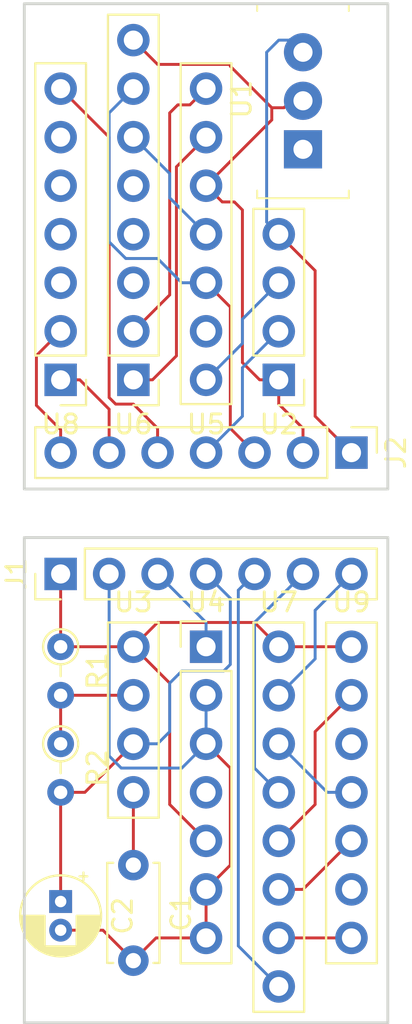
<source format=kicad_pcb>
(kicad_pcb (version 20171130) (host pcbnew "(5.0.0)")

  (general
    (thickness 1.6)
    (drawings 8)
    (tracks 121)
    (zones 0)
    (modules 15)
    (nets 23)
  )

  (page A4)
  (layers
    (0 F.Cu signal)
    (31 B.Cu signal)
    (32 B.Adhes user)
    (33 F.Adhes user)
    (34 B.Paste user)
    (35 F.Paste user)
    (36 B.SilkS user)
    (37 F.SilkS user)
    (38 B.Mask user)
    (39 F.Mask user)
    (40 Dwgs.User user)
    (41 Cmts.User user)
    (42 Eco1.User user)
    (43 Eco2.User user)
    (44 Edge.Cuts user)
    (45 Margin user)
    (46 B.CrtYd user)
    (47 F.CrtYd user)
    (48 B.Fab user)
    (49 F.Fab user hide)
  )

  (setup
    (last_trace_width 0.1524)
    (user_trace_width 0.1524)
    (trace_clearance 0.2)
    (zone_clearance 0.508)
    (zone_45_only no)
    (trace_min 0.1524)
    (segment_width 0.2)
    (edge_width 0.15)
    (via_size 0.8)
    (via_drill 0.4)
    (via_min_size 0.381)
    (via_min_drill 0.254)
    (uvia_size 0.3)
    (uvia_drill 0.1)
    (uvias_allowed no)
    (uvia_min_size 0.2)
    (uvia_min_drill 0.1)
    (pcb_text_width 0.3)
    (pcb_text_size 1.5 1.5)
    (mod_edge_width 0.15)
    (mod_text_size 1 1)
    (mod_text_width 0.15)
    (pad_size 1.7 1.7)
    (pad_drill 1)
    (pad_to_mask_clearance 0.2)
    (aux_axis_origin 0 0)
    (visible_elements 7FFFFFFF)
    (pcbplotparams
      (layerselection 0x010fc_ffffffff)
      (usegerberextensions false)
      (usegerberattributes false)
      (usegerberadvancedattributes false)
      (creategerberjobfile false)
      (excludeedgelayer true)
      (linewidth 0.100000)
      (plotframeref false)
      (viasonmask false)
      (mode 1)
      (useauxorigin false)
      (hpglpennumber 1)
      (hpglpenspeed 20)
      (hpglpendiameter 15.000000)
      (psnegative false)
      (psa4output false)
      (plotreference true)
      (plotvalue true)
      (plotinvisibletext false)
      (padsonsilk false)
      (subtractmaskfromsilk false)
      (outputformat 1)
      (mirror false)
      (drillshape 0)
      (scaleselection 1)
      (outputdirectory "gerber"))
  )

  (net 0 "")
  (net 1 "Net-(C1-Pad1)")
  (net 2 GND)
  (net 3 +5V)
  (net 4 "Net-(R1-Pad2)")
  (net 5 /1Hz)
  (net 6 "Net-(U5-Pad9)")
  (net 7 "Net-(U5-Pad8)")
  (net 8 "Net-(U5-Pad11)")
  (net 9 "Net-(U7-Pad10)")
  (net 10 "Net-(U7-Pad11)")
  (net 11 "Net-(U7-Pad12)")
  (net 12 "Net-(U7-Pad14)")
  (net 13 U4-1)
  (net 14 U5-12)
  (net 15 U3-6)
  (net 16 U2-2)
  (net 17 U7-9)
  (net 18 U7-13)
  (net 19 U7-15)
  (net 20 U8-2)
  (net 21 U8-1)
  (net 22 U8-7)

  (net_class Default "This is the default net class."
    (clearance 0.2)
    (trace_width 0.25)
    (via_dia 0.8)
    (via_drill 0.4)
    (uvia_dia 0.3)
    (uvia_drill 0.1)
    (add_net +5V)
    (add_net /1Hz)
    (add_net GND)
    (add_net "Net-(C1-Pad1)")
    (add_net "Net-(R1-Pad2)")
    (add_net "Net-(U5-Pad11)")
    (add_net "Net-(U5-Pad8)")
    (add_net "Net-(U5-Pad9)")
    (add_net "Net-(U7-Pad10)")
    (add_net "Net-(U7-Pad11)")
    (add_net "Net-(U7-Pad12)")
    (add_net "Net-(U7-Pad14)")
    (add_net U2-2)
    (add_net U3-6)
    (add_net U4-1)
    (add_net U5-12)
    (add_net U7-13)
    (add_net U7-15)
    (add_net U7-9)
    (add_net U8-1)
    (add_net U8-2)
    (add_net U8-7)
  )

  (module digikey-footprints:TO-220-3 (layer F.Cu) (tedit 598E0420) (tstamp 5BAF1487)
    (at 175.26 92.075 90)
    (descr http://www.st.com/content/ccc/resource/technical/document/datasheet/f9/ed/f5/44/26/b9/43/a4/CD00000911.pdf/files/CD00000911.pdf/jcr:content/translations/en.CD00000911.pdf)
    (path /5B99A35E)
    (fp_text reference U1 (at 2.62 -3.22 90) (layer F.SilkS)
      (effects (font (size 1 1) (thickness 0.15)))
    )
    (fp_text value L7805 (at 2.27 3.63 90) (layer F.Fab)
      (effects (font (size 1 1) (thickness 0.15)))
    )
    (fp_line (start -2.71 2.5) (end 7.79 2.5) (layer F.CrtYd) (width 0.05))
    (fp_line (start -2.71 -2.5) (end 7.79 -2.5) (layer F.CrtYd) (width 0.05))
    (fp_line (start -2.71 -2.5) (end -2.71 2.5) (layer F.CrtYd) (width 0.05))
    (fp_line (start 7.79 -2.5) (end 7.79 2.5) (layer F.CrtYd) (width 0.05))
    (fp_line (start 7.64 2.4) (end 7.64 2) (layer F.SilkS) (width 0.1))
    (fp_line (start 7.64 2.4) (end 7.24 2.4) (layer F.SilkS) (width 0.1))
    (fp_line (start -2.56 2.4) (end -2.56 -2) (layer F.SilkS) (width 0.1))
    (fp_line (start -2.56 2.4) (end -2.16 2.4) (layer F.SilkS) (width 0.1))
    (fp_line (start -2.56 -2.4) (end -2.56 -2) (layer F.SilkS) (width 0.1))
    (fp_line (start -2.56 -2.4) (end -2.16 -2.4) (layer F.SilkS) (width 0.1))
    (fp_line (start 7.24 -2.4) (end 7.64 -2.4) (layer F.SilkS) (width 0.1))
    (fp_line (start 7.64 -2.4) (end 7.64 -2) (layer F.SilkS) (width 0.1))
    (fp_text user %R (at 2.54 0 90) (layer F.Fab)
      (effects (font (size 1 1) (thickness 0.15)))
    )
    (fp_line (start 7.54 2.25) (end 7.54 -2.25) (layer F.Fab) (width 0.1))
    (fp_line (start -2.46 -2.25) (end -2.46 2.25) (layer F.Fab) (width 0.1))
    (fp_line (start -2.46 -2.25) (end 7.54 -2.25) (layer F.Fab) (width 0.1))
    (fp_line (start -2.46 2.25) (end 7.54 2.25) (layer F.Fab) (width 0.1))
    (pad 1 thru_hole rect (at 0 0 90) (size 2 2) (drill 1) (layers *.Cu *.Mask))
    (pad 2 thru_hole circle (at 2.54 0 90) (size 2 2) (drill 1) (layers *.Cu *.Mask)
      (net 2 GND))
    (pad 3 thru_hole circle (at 5.08 0 90) (size 2 2) (drill 1) (layers *.Cu *.Mask)
      (net 3 +5V))
  )

  (module Pin_Headers:Pin_Header_Straight_1x07_Pitch2.54mm (layer F.Cu) (tedit 59650532) (tstamp 5BA39618)
    (at 162.56 104.14 180)
    (descr "Through hole straight pin header, 1x07, 2.54mm pitch, single row")
    (tags "Through hole pin header THT 1x07 2.54mm single row")
    (path /5B9D27E2)
    (fp_text reference U8 (at 0 -2.33 180) (layer F.SilkS)
      (effects (font (size 1 1) (thickness 0.15)))
    )
    (fp_text value 5082-7650-L (at 0 17.57 180) (layer F.Fab)
      (effects (font (size 1 1) (thickness 0.15)))
    )
    (fp_line (start -0.635 -1.27) (end 1.27 -1.27) (layer F.Fab) (width 0.1))
    (fp_line (start 1.27 -1.27) (end 1.27 16.51) (layer F.Fab) (width 0.1))
    (fp_line (start 1.27 16.51) (end -1.27 16.51) (layer F.Fab) (width 0.1))
    (fp_line (start -1.27 16.51) (end -1.27 -0.635) (layer F.Fab) (width 0.1))
    (fp_line (start -1.27 -0.635) (end -0.635 -1.27) (layer F.Fab) (width 0.1))
    (fp_line (start -1.33 16.57) (end 1.33 16.57) (layer F.SilkS) (width 0.12))
    (fp_line (start -1.33 1.27) (end -1.33 16.57) (layer F.SilkS) (width 0.12))
    (fp_line (start 1.33 1.27) (end 1.33 16.57) (layer F.SilkS) (width 0.12))
    (fp_line (start -1.33 1.27) (end 1.33 1.27) (layer F.SilkS) (width 0.12))
    (fp_line (start -1.33 0) (end -1.33 -1.33) (layer F.SilkS) (width 0.12))
    (fp_line (start -1.33 -1.33) (end 0 -1.33) (layer F.SilkS) (width 0.12))
    (fp_line (start -1.8 -1.8) (end -1.8 17.05) (layer F.CrtYd) (width 0.05))
    (fp_line (start -1.8 17.05) (end 1.8 17.05) (layer F.CrtYd) (width 0.05))
    (fp_line (start 1.8 17.05) (end 1.8 -1.8) (layer F.CrtYd) (width 0.05))
    (fp_line (start 1.8 -1.8) (end -1.8 -1.8) (layer F.CrtYd) (width 0.05))
    (fp_text user %R (at 0 7.62 270) (layer F.Fab)
      (effects (font (size 1 1) (thickness 0.15)))
    )
    (pad 1 thru_hole rect (at 0 0 180) (size 1.7 1.7) (drill 1) (layers *.Cu *.Mask)
      (net 21 U8-1))
    (pad 2 thru_hole oval (at 0 2.54 180) (size 1.7 1.7) (drill 1) (layers *.Cu *.Mask)
      (net 20 U8-2))
    (pad 3 thru_hole oval (at 0 5.08 180) (size 1.7 1.7) (drill 1) (layers *.Cu *.Mask))
    (pad 4 thru_hole oval (at 0 7.62 180) (size 1.7 1.7) (drill 1) (layers *.Cu *.Mask))
    (pad 5 thru_hole oval (at 0 10.16 180) (size 1.7 1.7) (drill 1) (layers *.Cu *.Mask))
    (pad 6 thru_hole oval (at 0 12.7 180) (size 1.7 1.7) (drill 1) (layers *.Cu *.Mask))
    (pad 7 thru_hole oval (at 0 15.24 180) (size 1.7 1.7) (drill 1) (layers *.Cu *.Mask)
      (net 22 U8-7))
    (model ${KISYS3DMOD}/Pin_Headers.3dshapes/Pin_Header_Straight_1x07_Pitch2.54mm.wrl
      (at (xyz 0 0 0))
      (scale (xyz 1 1 1))
      (rotate (xyz 0 0 0))
    )
  )

  (module Connector_PinHeader_2.54mm:PinHeader_1x07_P2.54mm_Vertical (layer F.Cu) (tedit 59FED5CC) (tstamp 5BA7462F)
    (at 177.8 107.95 270)
    (descr "Through hole straight pin header, 1x07, 2.54mm pitch, single row")
    (tags "Through hole pin header THT 1x07 2.54mm single row")
    (path /5BA28D1D)
    (fp_text reference J2 (at 0 -2.33 270) (layer F.SilkS)
      (effects (font (size 1 1) (thickness 0.15)))
    )
    (fp_text value Conn_01x07-R (at 0 17.57 270) (layer F.Fab)
      (effects (font (size 1 1) (thickness 0.15)))
    )
    (fp_text user %R (at 0 7.62) (layer F.Fab)
      (effects (font (size 1 1) (thickness 0.15)))
    )
    (fp_line (start 1.8 -1.8) (end -1.8 -1.8) (layer F.CrtYd) (width 0.05))
    (fp_line (start 1.8 17.05) (end 1.8 -1.8) (layer F.CrtYd) (width 0.05))
    (fp_line (start -1.8 17.05) (end 1.8 17.05) (layer F.CrtYd) (width 0.05))
    (fp_line (start -1.8 -1.8) (end -1.8 17.05) (layer F.CrtYd) (width 0.05))
    (fp_line (start -1.33 -1.33) (end 0 -1.33) (layer F.SilkS) (width 0.12))
    (fp_line (start -1.33 0) (end -1.33 -1.33) (layer F.SilkS) (width 0.12))
    (fp_line (start -1.33 1.27) (end 1.33 1.27) (layer F.SilkS) (width 0.12))
    (fp_line (start 1.33 1.27) (end 1.33 16.57) (layer F.SilkS) (width 0.12))
    (fp_line (start -1.33 1.27) (end -1.33 16.57) (layer F.SilkS) (width 0.12))
    (fp_line (start -1.33 16.57) (end 1.33 16.57) (layer F.SilkS) (width 0.12))
    (fp_line (start -1.27 -0.635) (end -0.635 -1.27) (layer F.Fab) (width 0.1))
    (fp_line (start -1.27 16.51) (end -1.27 -0.635) (layer F.Fab) (width 0.1))
    (fp_line (start 1.27 16.51) (end -1.27 16.51) (layer F.Fab) (width 0.1))
    (fp_line (start 1.27 -1.27) (end 1.27 16.51) (layer F.Fab) (width 0.1))
    (fp_line (start -0.635 -1.27) (end 1.27 -1.27) (layer F.Fab) (width 0.1))
    (pad 7 thru_hole oval (at 0 15.24 270) (size 1.7 1.7) (drill 1) (layers *.Cu *.Mask)
      (net 20 U8-2))
    (pad 6 thru_hole oval (at 0 12.7 270) (size 1.7 1.7) (drill 1) (layers *.Cu *.Mask)
      (net 21 U8-1))
    (pad 5 thru_hole oval (at 0 10.16 270) (size 1.7 1.7) (drill 1) (layers *.Cu *.Mask)
      (net 22 U8-7))
    (pad 4 thru_hole oval (at 0 7.62 270) (size 1.7 1.7) (drill 1) (layers *.Cu *.Mask)
      (net 16 U2-2))
    (pad 3 thru_hole oval (at 0 5.08 270) (size 1.7 1.7) (drill 1) (layers *.Cu *.Mask)
      (net 14 U5-12))
    (pad 2 thru_hole oval (at 0 2.54 270) (size 1.7 1.7) (drill 1) (layers *.Cu *.Mask)
      (net 2 GND))
    (pad 1 thru_hole rect (at 0 0 270) (size 1.7 1.7) (drill 1) (layers *.Cu *.Mask)
      (net 3 +5V))
    (model ${KISYS3DMOD}/Connector_PinHeader_2.54mm.3dshapes/PinHeader_1x07_P2.54mm_Vertical.wrl
      (at (xyz 0 0 0))
      (scale (xyz 1 1 1))
      (rotate (xyz 0 0 0))
    )
  )

  (module Pin_Headers:Pin_Header_Straight_1x07_Pitch2.54mm (layer F.Cu) (tedit 59650532) (tstamp 5BA395AA)
    (at 170.18 118.11)
    (descr "Through hole straight pin header, 1x07, 2.54mm pitch, single row")
    (tags "Through hole pin header THT 1x07 2.54mm single row")
    (path /5B9CBFFE)
    (fp_text reference U4 (at 0 -2.33) (layer F.SilkS)
      (effects (font (size 1 1) (thickness 0.15)))
    )
    (fp_text value 74LS90-L (at 0 17.57) (layer F.Fab)
      (effects (font (size 1 1) (thickness 0.15)))
    )
    (fp_line (start -0.635 -1.27) (end 1.27 -1.27) (layer F.Fab) (width 0.1))
    (fp_line (start 1.27 -1.27) (end 1.27 16.51) (layer F.Fab) (width 0.1))
    (fp_line (start 1.27 16.51) (end -1.27 16.51) (layer F.Fab) (width 0.1))
    (fp_line (start -1.27 16.51) (end -1.27 -0.635) (layer F.Fab) (width 0.1))
    (fp_line (start -1.27 -0.635) (end -0.635 -1.27) (layer F.Fab) (width 0.1))
    (fp_line (start -1.33 16.57) (end 1.33 16.57) (layer F.SilkS) (width 0.12))
    (fp_line (start -1.33 1.27) (end -1.33 16.57) (layer F.SilkS) (width 0.12))
    (fp_line (start 1.33 1.27) (end 1.33 16.57) (layer F.SilkS) (width 0.12))
    (fp_line (start -1.33 1.27) (end 1.33 1.27) (layer F.SilkS) (width 0.12))
    (fp_line (start -1.33 0) (end -1.33 -1.33) (layer F.SilkS) (width 0.12))
    (fp_line (start -1.33 -1.33) (end 0 -1.33) (layer F.SilkS) (width 0.12))
    (fp_line (start -1.8 -1.8) (end -1.8 17.05) (layer F.CrtYd) (width 0.05))
    (fp_line (start -1.8 17.05) (end 1.8 17.05) (layer F.CrtYd) (width 0.05))
    (fp_line (start 1.8 17.05) (end 1.8 -1.8) (layer F.CrtYd) (width 0.05))
    (fp_line (start 1.8 -1.8) (end -1.8 -1.8) (layer F.CrtYd) (width 0.05))
    (fp_text user %R (at 0 7.62 90) (layer F.Fab)
      (effects (font (size 1 1) (thickness 0.15)))
    )
    (pad 1 thru_hole rect (at 0 0) (size 1.7 1.7) (drill 1) (layers *.Cu *.Mask)
      (net 13 U4-1))
    (pad 2 thru_hole oval (at 0 2.54) (size 1.7 1.7) (drill 1) (layers *.Cu *.Mask)
      (net 2 GND))
    (pad 3 thru_hole oval (at 0 5.08) (size 1.7 1.7) (drill 1) (layers *.Cu *.Mask)
      (net 2 GND))
    (pad 4 thru_hole oval (at 0 7.62) (size 1.7 1.7) (drill 1) (layers *.Cu *.Mask))
    (pad 5 thru_hole oval (at 0 10.16) (size 1.7 1.7) (drill 1) (layers *.Cu *.Mask)
      (net 3 +5V))
    (pad 6 thru_hole oval (at 0 12.7) (size 1.7 1.7) (drill 1) (layers *.Cu *.Mask)
      (net 2 GND))
    (pad 7 thru_hole oval (at 0 15.24) (size 1.7 1.7) (drill 1) (layers *.Cu *.Mask)
      (net 2 GND))
    (model ${KISYS3DMOD}/Pin_Headers.3dshapes/Pin_Header_Straight_1x07_Pitch2.54mm.wrl
      (at (xyz 0 0 0))
      (scale (xyz 1 1 1))
      (rotate (xyz 0 0 0))
    )
  )

  (module Pin_Headers:Pin_Header_Straight_1x04_Pitch2.54mm (layer F.Cu) (tedit 59650532) (tstamp 5BA39577)
    (at 173.99 104.14 180)
    (descr "Through hole straight pin header, 1x04, 2.54mm pitch, single row")
    (tags "Through hole pin header THT 1x04 2.54mm single row")
    (path /5B9AC94F)
    (fp_text reference U2 (at 0 -2.33 180) (layer F.SilkS)
      (effects (font (size 1 1) (thickness 0.15)))
    )
    (fp_text value 555-L (at 0 9.95 180) (layer F.Fab)
      (effects (font (size 1 1) (thickness 0.15)))
    )
    (fp_line (start -0.635 -1.27) (end 1.27 -1.27) (layer F.Fab) (width 0.1))
    (fp_line (start 1.27 -1.27) (end 1.27 8.89) (layer F.Fab) (width 0.1))
    (fp_line (start 1.27 8.89) (end -1.27 8.89) (layer F.Fab) (width 0.1))
    (fp_line (start -1.27 8.89) (end -1.27 -0.635) (layer F.Fab) (width 0.1))
    (fp_line (start -1.27 -0.635) (end -0.635 -1.27) (layer F.Fab) (width 0.1))
    (fp_line (start -1.33 8.95) (end 1.33 8.95) (layer F.SilkS) (width 0.12))
    (fp_line (start -1.33 1.27) (end -1.33 8.95) (layer F.SilkS) (width 0.12))
    (fp_line (start 1.33 1.27) (end 1.33 8.95) (layer F.SilkS) (width 0.12))
    (fp_line (start -1.33 1.27) (end 1.33 1.27) (layer F.SilkS) (width 0.12))
    (fp_line (start -1.33 0) (end -1.33 -1.33) (layer F.SilkS) (width 0.12))
    (fp_line (start -1.33 -1.33) (end 0 -1.33) (layer F.SilkS) (width 0.12))
    (fp_line (start -1.8 -1.8) (end -1.8 9.4) (layer F.CrtYd) (width 0.05))
    (fp_line (start -1.8 9.4) (end 1.8 9.4) (layer F.CrtYd) (width 0.05))
    (fp_line (start 1.8 9.4) (end 1.8 -1.8) (layer F.CrtYd) (width 0.05))
    (fp_line (start 1.8 -1.8) (end -1.8 -1.8) (layer F.CrtYd) (width 0.05))
    (fp_text user %R (at 0 3.81 270) (layer F.Fab)
      (effects (font (size 1 1) (thickness 0.15)))
    )
    (pad 1 thru_hole rect (at 0 0 180) (size 1.7 1.7) (drill 1) (layers *.Cu *.Mask)
      (net 2 GND))
    (pad 2 thru_hole oval (at 0 2.54 180) (size 1.7 1.7) (drill 1) (layers *.Cu *.Mask)
      (net 16 U2-2))
    (pad 3 thru_hole oval (at 0 5.08 180) (size 1.7 1.7) (drill 1) (layers *.Cu *.Mask)
      (net 5 /1Hz))
    (pad 4 thru_hole oval (at 0 7.62 180) (size 1.7 1.7) (drill 1) (layers *.Cu *.Mask)
      (net 3 +5V))
    (model ${KISYS3DMOD}/Pin_Headers.3dshapes/Pin_Header_Straight_1x04_Pitch2.54mm.wrl
      (at (xyz 0 0 0))
      (scale (xyz 1 1 1))
      (rotate (xyz 0 0 0))
    )
  )

  (module Pin_Headers:Pin_Header_Straight_1x08_Pitch2.54mm (layer F.Cu) (tedit 59650532) (tstamp 5BA395E1)
    (at 166.37 104.14 180)
    (descr "Through hole straight pin header, 1x08, 2.54mm pitch, single row")
    (tags "Through hole pin header THT 1x08 2.54mm single row")
    (path /5B9D034E)
    (fp_text reference U6 (at 0 -2.33 180) (layer F.SilkS)
      (effects (font (size 1 1) (thickness 0.15)))
    )
    (fp_text value 7447-L (at 0 20.11 180) (layer F.Fab)
      (effects (font (size 1 1) (thickness 0.15)))
    )
    (fp_line (start -0.635 -1.27) (end 1.27 -1.27) (layer F.Fab) (width 0.1))
    (fp_line (start 1.27 -1.27) (end 1.27 19.05) (layer F.Fab) (width 0.1))
    (fp_line (start 1.27 19.05) (end -1.27 19.05) (layer F.Fab) (width 0.1))
    (fp_line (start -1.27 19.05) (end -1.27 -0.635) (layer F.Fab) (width 0.1))
    (fp_line (start -1.27 -0.635) (end -0.635 -1.27) (layer F.Fab) (width 0.1))
    (fp_line (start -1.33 19.11) (end 1.33 19.11) (layer F.SilkS) (width 0.12))
    (fp_line (start -1.33 1.27) (end -1.33 19.11) (layer F.SilkS) (width 0.12))
    (fp_line (start 1.33 1.27) (end 1.33 19.11) (layer F.SilkS) (width 0.12))
    (fp_line (start -1.33 1.27) (end 1.33 1.27) (layer F.SilkS) (width 0.12))
    (fp_line (start -1.33 0) (end -1.33 -1.33) (layer F.SilkS) (width 0.12))
    (fp_line (start -1.33 -1.33) (end 0 -1.33) (layer F.SilkS) (width 0.12))
    (fp_line (start -1.8 -1.8) (end -1.8 19.55) (layer F.CrtYd) (width 0.05))
    (fp_line (start -1.8 19.55) (end 1.8 19.55) (layer F.CrtYd) (width 0.05))
    (fp_line (start 1.8 19.55) (end 1.8 -1.8) (layer F.CrtYd) (width 0.05))
    (fp_line (start 1.8 -1.8) (end -1.8 -1.8) (layer F.CrtYd) (width 0.05))
    (fp_text user %R (at 0 8.89 270) (layer F.Fab)
      (effects (font (size 1 1) (thickness 0.15)))
    )
    (pad 1 thru_hole rect (at 0 0 180) (size 1.7 1.7) (drill 1) (layers *.Cu *.Mask)
      (net 6 "Net-(U5-Pad9)"))
    (pad 2 thru_hole oval (at 0 2.54 180) (size 1.7 1.7) (drill 1) (layers *.Cu *.Mask)
      (net 7 "Net-(U5-Pad8)"))
    (pad 3 thru_hole oval (at 0 5.08 180) (size 1.7 1.7) (drill 1) (layers *.Cu *.Mask))
    (pad 4 thru_hole oval (at 0 7.62 180) (size 1.7 1.7) (drill 1) (layers *.Cu *.Mask))
    (pad 5 thru_hole oval (at 0 10.16 180) (size 1.7 1.7) (drill 1) (layers *.Cu *.Mask))
    (pad 6 thru_hole oval (at 0 12.7 180) (size 1.7 1.7) (drill 1) (layers *.Cu *.Mask)
      (net 8 "Net-(U5-Pad11)"))
    (pad 7 thru_hole oval (at 0 15.24 180) (size 1.7 1.7) (drill 1) (layers *.Cu *.Mask)
      (net 14 U5-12))
    (pad 8 thru_hole oval (at 0 17.78 180) (size 1.7 1.7) (drill 1) (layers *.Cu *.Mask)
      (net 2 GND))
    (model ${KISYS3DMOD}/Pin_Headers.3dshapes/Pin_Header_Straight_1x08_Pitch2.54mm.wrl
      (at (xyz 0 0 0))
      (scale (xyz 1 1 1))
      (rotate (xyz 0 0 0))
    )
  )

  (module one-counter:Pin_Header_Straight_1x04_Pitch2.54mm_Right (layer F.Cu) (tedit 5B9AB5BD) (tstamp 5BAF0C17)
    (at 166.37 118.11)
    (descr "Through hole straight pin header, 1x04, 2.54mm pitch, single row")
    (tags "Through hole pin header THT 1x04 2.54mm single row")
    (path /5B9AC9D3)
    (fp_text reference U3 (at 0 -2.33) (layer F.SilkS)
      (effects (font (size 1 1) (thickness 0.15)))
    )
    (fp_text value 555-R (at 0 9.95) (layer F.Fab)
      (effects (font (size 1 1) (thickness 0.15)))
    )
    (fp_text user %R (at 0 3.81 90) (layer F.Fab)
      (effects (font (size 1 1) (thickness 0.15)))
    )
    (fp_line (start 1.8 -1.8) (end -1.8 -1.8) (layer F.CrtYd) (width 0.05))
    (fp_line (start 1.8 9.4) (end 1.8 -1.8) (layer F.CrtYd) (width 0.05))
    (fp_line (start -1.8 9.4) (end 1.8 9.4) (layer F.CrtYd) (width 0.05))
    (fp_line (start -1.8 -1.8) (end -1.8 9.4) (layer F.CrtYd) (width 0.05))
    (fp_line (start -1.33 -1.27) (end 1.33 -1.27) (layer F.SilkS) (width 0.12))
    (fp_line (start 1.33 -1.27) (end 1.33 8.95) (layer F.SilkS) (width 0.12))
    (fp_line (start -1.33 -1.27) (end -1.33 8.95) (layer F.SilkS) (width 0.12))
    (fp_line (start -1.33 8.95) (end 1.33 8.95) (layer F.SilkS) (width 0.12))
    (fp_line (start -1.27 8.89) (end -1.27 -1.27) (layer F.Fab) (width 0.1))
    (fp_line (start 1.27 8.89) (end -1.27 8.89) (layer F.Fab) (width 0.1))
    (fp_line (start 1.27 -1.27) (end 1.27 8.89) (layer F.Fab) (width 0.1))
    (fp_line (start -1.27 -1.27) (end 1.27 -1.27) (layer F.Fab) (width 0.1))
    (pad 5 thru_hole oval (at 0 7.62) (size 1.7 1.7) (drill 1) (layers *.Cu *.Mask)
      (net 1 "Net-(C1-Pad1)"))
    (pad 6 thru_hole oval (at 0 5.08) (size 1.7 1.7) (drill 1) (layers *.Cu *.Mask)
      (net 15 U3-6))
    (pad 7 thru_hole oval (at 0 2.54) (size 1.7 1.7) (drill 1) (layers *.Cu *.Mask)
      (net 4 "Net-(R1-Pad2)"))
    (pad 8 thru_hole circle (at 0 0) (size 1.7 1.7) (drill 1) (layers *.Cu *.Mask)
      (net 3 +5V))
    (model ${KISYS3DMOD}/Pin_Headers.3dshapes/Pin_Header_Straight_1x04_Pitch2.54mm.wrl
      (at (xyz 0 0 0))
      (scale (xyz 1 1 1))
      (rotate (xyz 0 0 0))
    )
  )

  (module one-counter:Pin_Header_Straight_1x07_Pitch2.54mm_Right (layer F.Cu) (tedit 5B9AB48B) (tstamp 5BAF0C2F)
    (at 170.18 104.14 180)
    (descr "Through hole straight pin header, 1x07, 2.54mm pitch, single row")
    (tags "Through hole pin header THT 1x07 2.54mm single row")
    (path /5B9CC105)
    (fp_text reference U5 (at 0 -2.33 180) (layer F.SilkS)
      (effects (font (size 1 1) (thickness 0.15)))
    )
    (fp_text value 74LS90-R (at 0 17.57 180) (layer F.Fab)
      (effects (font (size 1 1) (thickness 0.15)))
    )
    (fp_text user %R (at -5.0038 7.5946 270) (layer F.Fab)
      (effects (font (size 1 1) (thickness 0.15)))
    )
    (fp_line (start 1.8 -1.8) (end -1.8 -1.8) (layer F.CrtYd) (width 0.05))
    (fp_line (start 1.8 17.05) (end 1.8 -1.8) (layer F.CrtYd) (width 0.05))
    (fp_line (start -1.8 17.05) (end 1.8 17.05) (layer F.CrtYd) (width 0.05))
    (fp_line (start -1.8 -1.8) (end -1.8 17.05) (layer F.CrtYd) (width 0.05))
    (fp_line (start -1.27 -1.27) (end 1.27 -1.27) (layer F.SilkS) (width 0.12))
    (fp_line (start 1.33 -1.27) (end 1.33 16.57) (layer F.SilkS) (width 0.12))
    (fp_line (start -1.33 -1.27) (end -1.33 16.57) (layer F.SilkS) (width 0.12))
    (fp_line (start -1.33 16.57) (end 1.33 16.57) (layer F.SilkS) (width 0.12))
    (fp_line (start -1.27 16.51) (end -1.27 -1.27) (layer F.Fab) (width 0.1))
    (fp_line (start 1.27 16.51) (end -1.27 16.51) (layer F.Fab) (width 0.1))
    (fp_line (start 1.27 -1.27) (end 1.27 16.51) (layer F.Fab) (width 0.1))
    (fp_line (start -1.27 -1.27) (end 1.27 -1.27) (layer F.Fab) (width 0.1))
    (pad 8 thru_hole oval (at 0 15.24 180) (size 1.7 1.7) (drill 1) (layers *.Cu *.Mask)
      (net 7 "Net-(U5-Pad8)"))
    (pad 9 thru_hole oval (at 0 12.7 180) (size 1.7 1.7) (drill 1) (layers *.Cu *.Mask)
      (net 6 "Net-(U5-Pad9)"))
    (pad 10 thru_hole oval (at 0 10.16 180) (size 1.7 1.7) (drill 1) (layers *.Cu *.Mask)
      (net 2 GND))
    (pad 11 thru_hole oval (at 0 7.62 180) (size 1.7 1.7) (drill 1) (layers *.Cu *.Mask)
      (net 8 "Net-(U5-Pad11)"))
    (pad 12 thru_hole oval (at 0 5.08 180) (size 1.7 1.7) (drill 1) (layers *.Cu *.Mask)
      (net 14 U5-12))
    (pad 13 thru_hole oval (at 0 2.54 180) (size 1.7 1.7) (drill 1) (layers *.Cu *.Mask))
    (pad 14 thru_hole circle (at 0 0 180) (size 1.7 1.7) (drill 1) (layers *.Cu *.Mask)
      (net 5 /1Hz))
    (model ${KISYS3DMOD}/Pin_Headers.3dshapes/Pin_Header_Straight_1x07_Pitch2.54mm.wrl
      (at (xyz 0 0 0))
      (scale (xyz 1 1 1))
      (rotate (xyz 0 0 0))
    )
  )

  (module one-counter:Pin_Header_Straight_1x08_Pitch2.54mm_Right (layer F.Cu) (tedit 5B9AB552) (tstamp 5BAF0C48)
    (at 173.99 118.11)
    (descr "Through hole straight pin header, 1x08, 2.54mm pitch, single row")
    (tags "Through hole pin header THT 1x08 2.54mm single row")
    (path /5B9D0EF2)
    (fp_text reference U7 (at 0 -2.33) (layer F.SilkS)
      (effects (font (size 1 1) (thickness 0.15)))
    )
    (fp_text value 7447-R (at 0 20.11) (layer F.Fab)
      (effects (font (size 1 1) (thickness 0.15)))
    )
    (fp_text user %R (at 0 8.89 90) (layer F.Fab)
      (effects (font (size 1 1) (thickness 0.15)))
    )
    (fp_line (start 1.8 -1.8) (end -1.8 -1.8) (layer F.CrtYd) (width 0.05))
    (fp_line (start 1.8 19.55) (end 1.8 -1.8) (layer F.CrtYd) (width 0.05))
    (fp_line (start -1.8 19.55) (end 1.8 19.55) (layer F.CrtYd) (width 0.05))
    (fp_line (start -1.8 -1.8) (end -1.8 19.55) (layer F.CrtYd) (width 0.05))
    (fp_line (start -1.33 -1.27) (end 1.33 -1.27) (layer F.SilkS) (width 0.12))
    (fp_line (start 1.33 -1.27) (end 1.33 19.11) (layer F.SilkS) (width 0.12))
    (fp_line (start -1.33 -1.27) (end -1.33 19.11) (layer F.SilkS) (width 0.12))
    (fp_line (start -1.33 19.11) (end 1.33 19.11) (layer F.SilkS) (width 0.12))
    (fp_line (start -1.27 19.05) (end -1.27 -1.27) (layer F.Fab) (width 0.1))
    (fp_line (start 1.27 19.05) (end -1.27 19.05) (layer F.Fab) (width 0.1))
    (fp_line (start 1.27 -1.27) (end 1.27 19.05) (layer F.Fab) (width 0.1))
    (fp_line (start -1.27 -1.27) (end 1.27 -1.27) (layer F.Fab) (width 0.1))
    (pad 9 thru_hole oval (at 0 17.78) (size 1.7 1.7) (drill 1) (layers *.Cu *.Mask)
      (net 17 U7-9))
    (pad 10 thru_hole oval (at 0 15.24) (size 1.7 1.7) (drill 1) (layers *.Cu *.Mask)
      (net 9 "Net-(U7-Pad10)"))
    (pad 11 thru_hole oval (at 0 12.7) (size 1.7 1.7) (drill 1) (layers *.Cu *.Mask)
      (net 10 "Net-(U7-Pad11)"))
    (pad 12 thru_hole oval (at 0 10.16) (size 1.7 1.7) (drill 1) (layers *.Cu *.Mask)
      (net 11 "Net-(U7-Pad12)"))
    (pad 13 thru_hole oval (at 0 7.62) (size 1.7 1.7) (drill 1) (layers *.Cu *.Mask)
      (net 18 U7-13))
    (pad 14 thru_hole oval (at 0 5.08) (size 1.7 1.7) (drill 1) (layers *.Cu *.Mask)
      (net 12 "Net-(U7-Pad14)"))
    (pad 15 thru_hole oval (at 0 2.54) (size 1.7 1.7) (drill 1) (layers *.Cu *.Mask)
      (net 19 U7-15))
    (pad 16 thru_hole circle (at 0 0) (size 1.7 1.7) (drill 1) (layers *.Cu *.Mask)
      (net 3 +5V))
    (model ${KISYS3DMOD}/Pin_Headers.3dshapes/Pin_Header_Straight_1x08_Pitch2.54mm.wrl
      (at (xyz 0 0 0))
      (scale (xyz 1 1 1))
      (rotate (xyz 0 0 0))
    )
  )

  (module one-counter:Pin_Header_Straight_1x07_Pitch2.54mm_Right (layer F.Cu) (tedit 5B9AB48B) (tstamp 5BAF0C60)
    (at 177.8 118.11)
    (descr "Through hole straight pin header, 1x07, 2.54mm pitch, single row")
    (tags "Through hole pin header THT 1x07 2.54mm single row")
    (path /5B9D2959)
    (fp_text reference U9 (at 0 -2.33) (layer F.SilkS)
      (effects (font (size 1 1) (thickness 0.15)))
    )
    (fp_text value 5082-7650-R (at 0 17.57) (layer F.Fab)
      (effects (font (size 1 1) (thickness 0.15)))
    )
    (fp_line (start -1.27 -1.27) (end 1.27 -1.27) (layer F.Fab) (width 0.1))
    (fp_line (start 1.27 -1.27) (end 1.27 16.51) (layer F.Fab) (width 0.1))
    (fp_line (start 1.27 16.51) (end -1.27 16.51) (layer F.Fab) (width 0.1))
    (fp_line (start -1.27 16.51) (end -1.27 -1.27) (layer F.Fab) (width 0.1))
    (fp_line (start -1.33 16.57) (end 1.33 16.57) (layer F.SilkS) (width 0.12))
    (fp_line (start -1.33 -1.27) (end -1.33 16.57) (layer F.SilkS) (width 0.12))
    (fp_line (start 1.33 -1.27) (end 1.33 16.57) (layer F.SilkS) (width 0.12))
    (fp_line (start -1.27 -1.27) (end 1.27 -1.27) (layer F.SilkS) (width 0.12))
    (fp_line (start -1.8 -1.8) (end -1.8 17.05) (layer F.CrtYd) (width 0.05))
    (fp_line (start -1.8 17.05) (end 1.8 17.05) (layer F.CrtYd) (width 0.05))
    (fp_line (start 1.8 17.05) (end 1.8 -1.8) (layer F.CrtYd) (width 0.05))
    (fp_line (start 1.8 -1.8) (end -1.8 -1.8) (layer F.CrtYd) (width 0.05))
    (fp_text user %R (at 0 7.62 90) (layer F.Fab)
      (effects (font (size 1 1) (thickness 0.15)))
    )
    (pad 14 thru_hole circle (at 0 0) (size 1.7 1.7) (drill 1) (layers *.Cu *.Mask)
      (net 3 +5V))
    (pad 13 thru_hole oval (at 0 2.54) (size 1.7 1.7) (drill 1) (layers *.Cu *.Mask)
      (net 11 "Net-(U7-Pad12)"))
    (pad 12 thru_hole oval (at 0 5.08) (size 1.7 1.7) (drill 1) (layers *.Cu *.Mask))
    (pad 11 thru_hole oval (at 0 7.62) (size 1.7 1.7) (drill 1) (layers *.Cu *.Mask)
      (net 12 "Net-(U7-Pad14)"))
    (pad 10 thru_hole oval (at 0 10.16) (size 1.7 1.7) (drill 1) (layers *.Cu *.Mask)
      (net 10 "Net-(U7-Pad11)"))
    (pad 9 thru_hole oval (at 0 12.7) (size 1.7 1.7) (drill 1) (layers *.Cu *.Mask))
    (pad 8 thru_hole oval (at 0 15.24) (size 1.7 1.7) (drill 1) (layers *.Cu *.Mask)
      (net 9 "Net-(U7-Pad10)"))
    (model ${KISYS3DMOD}/Pin_Headers.3dshapes/Pin_Header_Straight_1x07_Pitch2.54mm.wrl
      (at (xyz 0 0 0))
      (scale (xyz 1 1 1))
      (rotate (xyz 0 0 0))
    )
  )

  (module Capacitor_THT:CP_Radial_D4.0mm_P1.50mm (layer F.Cu) (tedit 5AE50EF0) (tstamp 5BA74477)
    (at 162.56 131.445 270)
    (descr "CP, Radial series, Radial, pin pitch=1.50mm, , diameter=4mm, Electrolytic Capacitor")
    (tags "CP Radial series Radial pin pitch 1.50mm  diameter 4mm Electrolytic Capacitor")
    (path /5B9AE85A)
    (fp_text reference C2 (at 0.75 -3.25 270) (layer F.SilkS)
      (effects (font (size 1 1) (thickness 0.15)))
    )
    (fp_text value 2.2uF (at 0.75 3.25 270) (layer F.Fab)
      (effects (font (size 1 1) (thickness 0.15)))
    )
    (fp_circle (center 0.75 0) (end 2.75 0) (layer F.Fab) (width 0.1))
    (fp_circle (center 0.75 0) (end 2.87 0) (layer F.SilkS) (width 0.12))
    (fp_circle (center 0.75 0) (end 3 0) (layer F.CrtYd) (width 0.05))
    (fp_line (start -0.952554 -0.8675) (end -0.552554 -0.8675) (layer F.Fab) (width 0.1))
    (fp_line (start -0.752554 -1.0675) (end -0.752554 -0.6675) (layer F.Fab) (width 0.1))
    (fp_line (start 0.75 0.84) (end 0.75 2.08) (layer F.SilkS) (width 0.12))
    (fp_line (start 0.75 -2.08) (end 0.75 -0.84) (layer F.SilkS) (width 0.12))
    (fp_line (start 0.79 0.84) (end 0.79 2.08) (layer F.SilkS) (width 0.12))
    (fp_line (start 0.79 -2.08) (end 0.79 -0.84) (layer F.SilkS) (width 0.12))
    (fp_line (start 0.83 0.84) (end 0.83 2.079) (layer F.SilkS) (width 0.12))
    (fp_line (start 0.83 -2.079) (end 0.83 -0.84) (layer F.SilkS) (width 0.12))
    (fp_line (start 0.87 -2.077) (end 0.87 -0.84) (layer F.SilkS) (width 0.12))
    (fp_line (start 0.87 0.84) (end 0.87 2.077) (layer F.SilkS) (width 0.12))
    (fp_line (start 0.91 -2.074) (end 0.91 -0.84) (layer F.SilkS) (width 0.12))
    (fp_line (start 0.91 0.84) (end 0.91 2.074) (layer F.SilkS) (width 0.12))
    (fp_line (start 0.95 -2.071) (end 0.95 -0.84) (layer F.SilkS) (width 0.12))
    (fp_line (start 0.95 0.84) (end 0.95 2.071) (layer F.SilkS) (width 0.12))
    (fp_line (start 0.99 -2.067) (end 0.99 -0.84) (layer F.SilkS) (width 0.12))
    (fp_line (start 0.99 0.84) (end 0.99 2.067) (layer F.SilkS) (width 0.12))
    (fp_line (start 1.03 -2.062) (end 1.03 -0.84) (layer F.SilkS) (width 0.12))
    (fp_line (start 1.03 0.84) (end 1.03 2.062) (layer F.SilkS) (width 0.12))
    (fp_line (start 1.07 -2.056) (end 1.07 -0.84) (layer F.SilkS) (width 0.12))
    (fp_line (start 1.07 0.84) (end 1.07 2.056) (layer F.SilkS) (width 0.12))
    (fp_line (start 1.11 -2.05) (end 1.11 -0.84) (layer F.SilkS) (width 0.12))
    (fp_line (start 1.11 0.84) (end 1.11 2.05) (layer F.SilkS) (width 0.12))
    (fp_line (start 1.15 -2.042) (end 1.15 -0.84) (layer F.SilkS) (width 0.12))
    (fp_line (start 1.15 0.84) (end 1.15 2.042) (layer F.SilkS) (width 0.12))
    (fp_line (start 1.19 -2.034) (end 1.19 -0.84) (layer F.SilkS) (width 0.12))
    (fp_line (start 1.19 0.84) (end 1.19 2.034) (layer F.SilkS) (width 0.12))
    (fp_line (start 1.23 -2.025) (end 1.23 -0.84) (layer F.SilkS) (width 0.12))
    (fp_line (start 1.23 0.84) (end 1.23 2.025) (layer F.SilkS) (width 0.12))
    (fp_line (start 1.27 -2.016) (end 1.27 -0.84) (layer F.SilkS) (width 0.12))
    (fp_line (start 1.27 0.84) (end 1.27 2.016) (layer F.SilkS) (width 0.12))
    (fp_line (start 1.31 -2.005) (end 1.31 -0.84) (layer F.SilkS) (width 0.12))
    (fp_line (start 1.31 0.84) (end 1.31 2.005) (layer F.SilkS) (width 0.12))
    (fp_line (start 1.35 -1.994) (end 1.35 -0.84) (layer F.SilkS) (width 0.12))
    (fp_line (start 1.35 0.84) (end 1.35 1.994) (layer F.SilkS) (width 0.12))
    (fp_line (start 1.39 -1.982) (end 1.39 -0.84) (layer F.SilkS) (width 0.12))
    (fp_line (start 1.39 0.84) (end 1.39 1.982) (layer F.SilkS) (width 0.12))
    (fp_line (start 1.43 -1.968) (end 1.43 -0.84) (layer F.SilkS) (width 0.12))
    (fp_line (start 1.43 0.84) (end 1.43 1.968) (layer F.SilkS) (width 0.12))
    (fp_line (start 1.471 -1.954) (end 1.471 -0.84) (layer F.SilkS) (width 0.12))
    (fp_line (start 1.471 0.84) (end 1.471 1.954) (layer F.SilkS) (width 0.12))
    (fp_line (start 1.511 -1.94) (end 1.511 -0.84) (layer F.SilkS) (width 0.12))
    (fp_line (start 1.511 0.84) (end 1.511 1.94) (layer F.SilkS) (width 0.12))
    (fp_line (start 1.551 -1.924) (end 1.551 -0.84) (layer F.SilkS) (width 0.12))
    (fp_line (start 1.551 0.84) (end 1.551 1.924) (layer F.SilkS) (width 0.12))
    (fp_line (start 1.591 -1.907) (end 1.591 -0.84) (layer F.SilkS) (width 0.12))
    (fp_line (start 1.591 0.84) (end 1.591 1.907) (layer F.SilkS) (width 0.12))
    (fp_line (start 1.631 -1.889) (end 1.631 -0.84) (layer F.SilkS) (width 0.12))
    (fp_line (start 1.631 0.84) (end 1.631 1.889) (layer F.SilkS) (width 0.12))
    (fp_line (start 1.671 -1.87) (end 1.671 -0.84) (layer F.SilkS) (width 0.12))
    (fp_line (start 1.671 0.84) (end 1.671 1.87) (layer F.SilkS) (width 0.12))
    (fp_line (start 1.711 -1.851) (end 1.711 -0.84) (layer F.SilkS) (width 0.12))
    (fp_line (start 1.711 0.84) (end 1.711 1.851) (layer F.SilkS) (width 0.12))
    (fp_line (start 1.751 -1.83) (end 1.751 -0.84) (layer F.SilkS) (width 0.12))
    (fp_line (start 1.751 0.84) (end 1.751 1.83) (layer F.SilkS) (width 0.12))
    (fp_line (start 1.791 -1.808) (end 1.791 -0.84) (layer F.SilkS) (width 0.12))
    (fp_line (start 1.791 0.84) (end 1.791 1.808) (layer F.SilkS) (width 0.12))
    (fp_line (start 1.831 -1.785) (end 1.831 -0.84) (layer F.SilkS) (width 0.12))
    (fp_line (start 1.831 0.84) (end 1.831 1.785) (layer F.SilkS) (width 0.12))
    (fp_line (start 1.871 -1.76) (end 1.871 -0.84) (layer F.SilkS) (width 0.12))
    (fp_line (start 1.871 0.84) (end 1.871 1.76) (layer F.SilkS) (width 0.12))
    (fp_line (start 1.911 -1.735) (end 1.911 -0.84) (layer F.SilkS) (width 0.12))
    (fp_line (start 1.911 0.84) (end 1.911 1.735) (layer F.SilkS) (width 0.12))
    (fp_line (start 1.951 -1.708) (end 1.951 -0.84) (layer F.SilkS) (width 0.12))
    (fp_line (start 1.951 0.84) (end 1.951 1.708) (layer F.SilkS) (width 0.12))
    (fp_line (start 1.991 -1.68) (end 1.991 -0.84) (layer F.SilkS) (width 0.12))
    (fp_line (start 1.991 0.84) (end 1.991 1.68) (layer F.SilkS) (width 0.12))
    (fp_line (start 2.031 -1.65) (end 2.031 -0.84) (layer F.SilkS) (width 0.12))
    (fp_line (start 2.031 0.84) (end 2.031 1.65) (layer F.SilkS) (width 0.12))
    (fp_line (start 2.071 -1.619) (end 2.071 -0.84) (layer F.SilkS) (width 0.12))
    (fp_line (start 2.071 0.84) (end 2.071 1.619) (layer F.SilkS) (width 0.12))
    (fp_line (start 2.111 -1.587) (end 2.111 -0.84) (layer F.SilkS) (width 0.12))
    (fp_line (start 2.111 0.84) (end 2.111 1.587) (layer F.SilkS) (width 0.12))
    (fp_line (start 2.151 -1.552) (end 2.151 -0.84) (layer F.SilkS) (width 0.12))
    (fp_line (start 2.151 0.84) (end 2.151 1.552) (layer F.SilkS) (width 0.12))
    (fp_line (start 2.191 -1.516) (end 2.191 -0.84) (layer F.SilkS) (width 0.12))
    (fp_line (start 2.191 0.84) (end 2.191 1.516) (layer F.SilkS) (width 0.12))
    (fp_line (start 2.231 -1.478) (end 2.231 -0.84) (layer F.SilkS) (width 0.12))
    (fp_line (start 2.231 0.84) (end 2.231 1.478) (layer F.SilkS) (width 0.12))
    (fp_line (start 2.271 -1.438) (end 2.271 -0.84) (layer F.SilkS) (width 0.12))
    (fp_line (start 2.271 0.84) (end 2.271 1.438) (layer F.SilkS) (width 0.12))
    (fp_line (start 2.311 -1.396) (end 2.311 -0.84) (layer F.SilkS) (width 0.12))
    (fp_line (start 2.311 0.84) (end 2.311 1.396) (layer F.SilkS) (width 0.12))
    (fp_line (start 2.351 -1.351) (end 2.351 1.351) (layer F.SilkS) (width 0.12))
    (fp_line (start 2.391 -1.304) (end 2.391 1.304) (layer F.SilkS) (width 0.12))
    (fp_line (start 2.431 -1.254) (end 2.431 1.254) (layer F.SilkS) (width 0.12))
    (fp_line (start 2.471 -1.2) (end 2.471 1.2) (layer F.SilkS) (width 0.12))
    (fp_line (start 2.511 -1.142) (end 2.511 1.142) (layer F.SilkS) (width 0.12))
    (fp_line (start 2.551 -1.08) (end 2.551 1.08) (layer F.SilkS) (width 0.12))
    (fp_line (start 2.591 -1.013) (end 2.591 1.013) (layer F.SilkS) (width 0.12))
    (fp_line (start 2.631 -0.94) (end 2.631 0.94) (layer F.SilkS) (width 0.12))
    (fp_line (start 2.671 -0.859) (end 2.671 0.859) (layer F.SilkS) (width 0.12))
    (fp_line (start 2.711 -0.768) (end 2.711 0.768) (layer F.SilkS) (width 0.12))
    (fp_line (start 2.751 -0.664) (end 2.751 0.664) (layer F.SilkS) (width 0.12))
    (fp_line (start 2.791 -0.537) (end 2.791 0.537) (layer F.SilkS) (width 0.12))
    (fp_line (start 2.831 -0.37) (end 2.831 0.37) (layer F.SilkS) (width 0.12))
    (fp_line (start -1.519801 -1.195) (end -1.119801 -1.195) (layer F.SilkS) (width 0.12))
    (fp_line (start -1.319801 -1.395) (end -1.319801 -0.995) (layer F.SilkS) (width 0.12))
    (fp_text user %R (at 0.75 0 270) (layer F.Fab)
      (effects (font (size 0.8 0.8) (thickness 0.12)))
    )
    (pad 1 thru_hole rect (at 0 0 270) (size 1.2 1.2) (drill 0.6) (layers *.Cu *.Mask)
      (net 15 U3-6))
    (pad 2 thru_hole circle (at 1.5 0 270) (size 1.2 1.2) (drill 0.6) (layers *.Cu *.Mask)
      (net 2 GND))
    (model ${KISYS3DMOD}/Capacitor_THT.3dshapes/CP_Radial_D4.0mm_P1.50mm.wrl
      (at (xyz 0 0 0))
      (scale (xyz 1 1 1))
      (rotate (xyz 0 0 0))
    )
  )

  (module Connector_PinHeader_2.54mm:PinHeader_1x07_P2.54mm_Vertical (layer F.Cu) (tedit 59FED5CC) (tstamp 5BA74615)
    (at 162.56 114.3 90)
    (descr "Through hole straight pin header, 1x07, 2.54mm pitch, single row")
    (tags "Through hole pin header THT 1x07 2.54mm single row")
    (path /5BA28C02)
    (fp_text reference J1 (at 0 -2.33 90) (layer F.SilkS)
      (effects (font (size 1 1) (thickness 0.15)))
    )
    (fp_text value Conn_01x07-L (at 0 17.57 90) (layer F.Fab)
      (effects (font (size 1 1) (thickness 0.15)))
    )
    (fp_line (start -0.635 -1.27) (end 1.27 -1.27) (layer F.Fab) (width 0.1))
    (fp_line (start 1.27 -1.27) (end 1.27 16.51) (layer F.Fab) (width 0.1))
    (fp_line (start 1.27 16.51) (end -1.27 16.51) (layer F.Fab) (width 0.1))
    (fp_line (start -1.27 16.51) (end -1.27 -0.635) (layer F.Fab) (width 0.1))
    (fp_line (start -1.27 -0.635) (end -0.635 -1.27) (layer F.Fab) (width 0.1))
    (fp_line (start -1.33 16.57) (end 1.33 16.57) (layer F.SilkS) (width 0.12))
    (fp_line (start -1.33 1.27) (end -1.33 16.57) (layer F.SilkS) (width 0.12))
    (fp_line (start 1.33 1.27) (end 1.33 16.57) (layer F.SilkS) (width 0.12))
    (fp_line (start -1.33 1.27) (end 1.33 1.27) (layer F.SilkS) (width 0.12))
    (fp_line (start -1.33 0) (end -1.33 -1.33) (layer F.SilkS) (width 0.12))
    (fp_line (start -1.33 -1.33) (end 0 -1.33) (layer F.SilkS) (width 0.12))
    (fp_line (start -1.8 -1.8) (end -1.8 17.05) (layer F.CrtYd) (width 0.05))
    (fp_line (start -1.8 17.05) (end 1.8 17.05) (layer F.CrtYd) (width 0.05))
    (fp_line (start 1.8 17.05) (end 1.8 -1.8) (layer F.CrtYd) (width 0.05))
    (fp_line (start 1.8 -1.8) (end -1.8 -1.8) (layer F.CrtYd) (width 0.05))
    (fp_text user %R (at 0 7.62 180) (layer F.Fab)
      (effects (font (size 1 1) (thickness 0.15)))
    )
    (pad 1 thru_hole rect (at 0 0 90) (size 1.7 1.7) (drill 1) (layers *.Cu *.Mask)
      (net 3 +5V))
    (pad 2 thru_hole oval (at 0 2.54 90) (size 1.7 1.7) (drill 1) (layers *.Cu *.Mask)
      (net 2 GND))
    (pad 3 thru_hole oval (at 0 5.08 90) (size 1.7 1.7) (drill 1) (layers *.Cu *.Mask)
      (net 13 U4-1))
    (pad 4 thru_hole oval (at 0 7.62 90) (size 1.7 1.7) (drill 1) (layers *.Cu *.Mask)
      (net 15 U3-6))
    (pad 5 thru_hole oval (at 0 10.16 90) (size 1.7 1.7) (drill 1) (layers *.Cu *.Mask)
      (net 17 U7-9))
    (pad 6 thru_hole oval (at 0 12.7 90) (size 1.7 1.7) (drill 1) (layers *.Cu *.Mask)
      (net 18 U7-13))
    (pad 7 thru_hole oval (at 0 15.24 90) (size 1.7 1.7) (drill 1) (layers *.Cu *.Mask)
      (net 19 U7-15))
    (model ${KISYS3DMOD}/Connector_PinHeader_2.54mm.3dshapes/PinHeader_1x07_P2.54mm_Vertical.wrl
      (at (xyz 0 0 0))
      (scale (xyz 1 1 1))
      (rotate (xyz 0 0 0))
    )
  )

  (module Resistor_THT:R_Axial_DIN0204_L3.6mm_D1.6mm_P2.54mm_Vertical (layer F.Cu) (tedit 5AE5139B) (tstamp 5BA746A5)
    (at 162.56 118.11 270)
    (descr "Resistor, Axial_DIN0204 series, Axial, Vertical, pin pitch=2.54mm, 0.167W, length*diameter=3.6*1.6mm^2, http://cdn-reichelt.de/documents/datenblatt/B400/1_4W%23YAG.pdf")
    (tags "Resistor Axial_DIN0204 series Axial Vertical pin pitch 2.54mm 0.167W length 3.6mm diameter 1.6mm")
    (path /5B9AE6CC)
    (fp_text reference R1 (at 1.27 -1.92 270) (layer F.SilkS)
      (effects (font (size 1 1) (thickness 0.15)))
    )
    (fp_text value 1k (at 1.27 1.92 270) (layer F.Fab)
      (effects (font (size 1 1) (thickness 0.15)))
    )
    (fp_circle (center 0 0) (end 0.8 0) (layer F.Fab) (width 0.1))
    (fp_circle (center 0 0) (end 0.92 0) (layer F.SilkS) (width 0.12))
    (fp_line (start 0 0) (end 2.54 0) (layer F.Fab) (width 0.1))
    (fp_line (start 0.92 0) (end 1.54 0) (layer F.SilkS) (width 0.12))
    (fp_line (start -1.05 -1.05) (end -1.05 1.05) (layer F.CrtYd) (width 0.05))
    (fp_line (start -1.05 1.05) (end 3.49 1.05) (layer F.CrtYd) (width 0.05))
    (fp_line (start 3.49 1.05) (end 3.49 -1.05) (layer F.CrtYd) (width 0.05))
    (fp_line (start 3.49 -1.05) (end -1.05 -1.05) (layer F.CrtYd) (width 0.05))
    (fp_text user %R (at 1.27 -1.92 270) (layer F.Fab)
      (effects (font (size 1 1) (thickness 0.15)))
    )
    (pad 1 thru_hole circle (at 0 0 270) (size 1.4 1.4) (drill 0.7) (layers *.Cu *.Mask)
      (net 3 +5V))
    (pad 2 thru_hole oval (at 2.54 0 270) (size 1.4 1.4) (drill 0.7) (layers *.Cu *.Mask)
      (net 4 "Net-(R1-Pad2)"))
    (model ${KISYS3DMOD}/Resistor_THT.3dshapes/R_Axial_DIN0204_L3.6mm_D1.6mm_P2.54mm_Vertical.wrl
      (at (xyz 0 0 0))
      (scale (xyz 1 1 1))
      (rotate (xyz 0 0 0))
    )
  )

  (module Resistor_THT:R_Axial_DIN0204_L3.6mm_D1.6mm_P2.54mm_Vertical (layer F.Cu) (tedit 5AE5139B) (tstamp 5BA746B3)
    (at 162.56 123.19 270)
    (descr "Resistor, Axial_DIN0204 series, Axial, Vertical, pin pitch=2.54mm, 0.167W, length*diameter=3.6*1.6mm^2, http://cdn-reichelt.de/documents/datenblatt/B400/1_4W%23YAG.pdf")
    (tags "Resistor Axial_DIN0204 series Axial Vertical pin pitch 2.54mm 0.167W length 3.6mm diameter 1.6mm")
    (path /5B9AE762)
    (fp_text reference R2 (at 1.27 -1.92 270) (layer F.SilkS)
      (effects (font (size 1 1) (thickness 0.15)))
    )
    (fp_text value 330k (at 1.27 1.92 270) (layer F.Fab)
      (effects (font (size 1 1) (thickness 0.15)))
    )
    (fp_text user %R (at 1.27 -1.92 270) (layer F.Fab)
      (effects (font (size 1 1) (thickness 0.15)))
    )
    (fp_line (start 3.49 -1.05) (end -1.05 -1.05) (layer F.CrtYd) (width 0.05))
    (fp_line (start 3.49 1.05) (end 3.49 -1.05) (layer F.CrtYd) (width 0.05))
    (fp_line (start -1.05 1.05) (end 3.49 1.05) (layer F.CrtYd) (width 0.05))
    (fp_line (start -1.05 -1.05) (end -1.05 1.05) (layer F.CrtYd) (width 0.05))
    (fp_line (start 0.92 0) (end 1.54 0) (layer F.SilkS) (width 0.12))
    (fp_line (start 0 0) (end 2.54 0) (layer F.Fab) (width 0.1))
    (fp_circle (center 0 0) (end 0.92 0) (layer F.SilkS) (width 0.12))
    (fp_circle (center 0 0) (end 0.8 0) (layer F.Fab) (width 0.1))
    (pad 2 thru_hole oval (at 2.54 0 270) (size 1.4 1.4) (drill 0.7) (layers *.Cu *.Mask)
      (net 15 U3-6))
    (pad 1 thru_hole circle (at 0 0 270) (size 1.4 1.4) (drill 0.7) (layers *.Cu *.Mask)
      (net 4 "Net-(R1-Pad2)"))
    (model ${KISYS3DMOD}/Resistor_THT.3dshapes/R_Axial_DIN0204_L3.6mm_D1.6mm_P2.54mm_Vertical.wrl
      (at (xyz 0 0 0))
      (scale (xyz 1 1 1))
      (rotate (xyz 0 0 0))
    )
  )

  (module Capacitor_THT:C_Disc_D5.0mm_W2.5mm_P5.00mm (layer F.Cu) (tedit 5AE50EF0) (tstamp 5BA75112)
    (at 166.37 129.54 270)
    (descr "C, Disc series, Radial, pin pitch=5.00mm, , diameter*width=5*2.5mm^2, Capacitor, http://cdn-reichelt.de/documents/datenblatt/B300/DS_KERKO_TC.pdf")
    (tags "C Disc series Radial pin pitch 5.00mm  diameter 5mm width 2.5mm Capacitor")
    (path /5B9AE7E4)
    (fp_text reference C1 (at 2.5 -2.5 270) (layer F.SilkS)
      (effects (font (size 1 1) (thickness 0.15)))
    )
    (fp_text value 0.01uF (at 2.5 2.5 270) (layer F.Fab)
      (effects (font (size 1 1) (thickness 0.15)))
    )
    (fp_line (start 0 -1.25) (end 0 1.25) (layer F.Fab) (width 0.1))
    (fp_line (start 0 1.25) (end 5 1.25) (layer F.Fab) (width 0.1))
    (fp_line (start 5 1.25) (end 5 -1.25) (layer F.Fab) (width 0.1))
    (fp_line (start 5 -1.25) (end 0 -1.25) (layer F.Fab) (width 0.1))
    (fp_line (start -0.12 -1.37) (end 5.12 -1.37) (layer F.SilkS) (width 0.12))
    (fp_line (start -0.12 1.37) (end 5.12 1.37) (layer F.SilkS) (width 0.12))
    (fp_line (start -0.12 -1.37) (end -0.12 -1.055) (layer F.SilkS) (width 0.12))
    (fp_line (start -0.12 1.055) (end -0.12 1.37) (layer F.SilkS) (width 0.12))
    (fp_line (start 5.12 -1.37) (end 5.12 -1.055) (layer F.SilkS) (width 0.12))
    (fp_line (start 5.12 1.055) (end 5.12 1.37) (layer F.SilkS) (width 0.12))
    (fp_line (start -1.05 -1.5) (end -1.05 1.5) (layer F.CrtYd) (width 0.05))
    (fp_line (start -1.05 1.5) (end 6.05 1.5) (layer F.CrtYd) (width 0.05))
    (fp_line (start 6.05 1.5) (end 6.05 -1.5) (layer F.CrtYd) (width 0.05))
    (fp_line (start 6.05 -1.5) (end -1.05 -1.5) (layer F.CrtYd) (width 0.05))
    (fp_text user %R (at 2.5 0 270) (layer F.Fab)
      (effects (font (size 1 1) (thickness 0.15)))
    )
    (pad 1 thru_hole circle (at 0 0 270) (size 1.6 1.6) (drill 0.8) (layers *.Cu *.Mask)
      (net 1 "Net-(C1-Pad1)"))
    (pad 2 thru_hole circle (at 5 0 270) (size 1.6 1.6) (drill 0.8) (layers *.Cu *.Mask)
      (net 2 GND))
    (model ${KISYS3DMOD}/Capacitor_THT.3dshapes/C_Disc_D5.0mm_W2.5mm_P5.00mm.wrl
      (at (xyz 0 0 0))
      (scale (xyz 1 1 1))
      (rotate (xyz 0 0 0))
    )
  )

  (gr_line (start 160.655 84.455) (end 160.655 109.855) (layer Edge.Cuts) (width 0.15))
  (gr_line (start 179.705 84.455) (end 160.655 84.455) (layer Edge.Cuts) (width 0.15))
  (gr_line (start 179.705 109.855) (end 179.705 84.455) (layer Edge.Cuts) (width 0.15))
  (gr_line (start 179.705 109.855) (end 160.655 109.855) (layer Edge.Cuts) (width 0.15) (tstamp 5B9BCB46))
  (gr_line (start 160.655 112.395) (end 160.655 137.795) (layer Edge.Cuts) (width 0.15))
  (gr_line (start 179.705 112.395) (end 160.655 112.395) (layer Edge.Cuts) (width 0.15))
  (gr_line (start 179.705 137.795) (end 179.705 112.395) (layer Edge.Cuts) (width 0.15))
  (gr_line (start 179.705 137.795) (end 160.655 137.795) (layer Edge.Cuts) (width 0.15))

  (segment (start 166.37 125.73) (end 166.37 129.54) (width 0.1524) (layer F.Cu) (net 1))
  (segment (start 171.029999 94.829999) (end 171.664999 94.829999) (width 0.1524) (layer F.Cu) (net 2))
  (segment (start 170.18 93.98) (end 171.029999 94.829999) (width 0.1524) (layer F.Cu) (net 2))
  (segment (start 171.664999 94.829999) (end 172.085 95.25) (width 0.1524) (layer F.Cu) (net 2))
  (segment (start 172.9876 104.14) (end 173.99 104.14) (width 0.1524) (layer F.Cu) (net 2))
  (segment (start 172.085 103.2374) (end 172.9876 104.14) (width 0.1524) (layer F.Cu) (net 2))
  (segment (start 172.085 95.25) (end 172.085 103.2374) (width 0.1524) (layer F.Cu) (net 2))
  (segment (start 175.26 107.95) (end 175.26 106.68) (width 0.1524) (layer F.Cu) (net 2))
  (segment (start 173.99 105.41) (end 173.99 104.14) (width 0.1524) (layer F.Cu) (net 2))
  (segment (start 175.26 106.68) (end 173.99 105.41) (width 0.1524) (layer F.Cu) (net 2))
  (segment (start 175.26 88.9) (end 174.260001 89.899999) (width 0.1524) (layer F.Cu) (net 2))
  (segment (start 173.625001 90.534999) (end 170.18 93.98) (width 0.1524) (layer F.Cu) (net 2))
  (segment (start 173.625001 89.899999) (end 173.625001 90.534999) (width 0.1524) (layer F.Cu) (net 2))
  (segment (start 166.37 86.36) (end 167.64 87.63) (width 0.1524) (layer F.Cu) (net 2))
  (segment (start 167.64 87.63) (end 171.45 87.63) (width 0.1524) (layer F.Cu) (net 2))
  (segment (start 171.45 87.724998) (end 173.625001 89.899999) (width 0.1524) (layer F.Cu) (net 2))
  (segment (start 171.45 87.63) (end 171.45 87.724998) (width 0.1524) (layer F.Cu) (net 2))
  (segment (start 165.1 114.3) (end 165.1 123.825) (width 0.1524) (layer B.Cu) (net 2))
  (segment (start 165.1 123.825) (end 165.735 124.46) (width 0.1524) (layer B.Cu) (net 2))
  (segment (start 168.91 124.46) (end 170.18 123.19) (width 0.1524) (layer B.Cu) (net 2))
  (segment (start 165.735 124.46) (end 168.91 124.46) (width 0.1524) (layer B.Cu) (net 2))
  (segment (start 170.18 123.19) (end 170.18 120.65) (width 0.1524) (layer B.Cu) (net 2))
  (segment (start 164.775 132.945) (end 166.37 134.54) (width 0.1524) (layer F.Cu) (net 2))
  (segment (start 162.56 132.945) (end 164.775 132.945) (width 0.1524) (layer F.Cu) (net 2))
  (segment (start 167.56 133.35) (end 170.18 133.35) (width 0.1524) (layer F.Cu) (net 2))
  (segment (start 166.37 134.54) (end 167.56 133.35) (width 0.1524) (layer F.Cu) (net 2))
  (segment (start 170.18 133.35) (end 170.18 130.81) (width 0.1524) (layer F.Cu) (net 2))
  (segment (start 171.45 124.46) (end 170.18 123.19) (width 0.1524) (layer F.Cu) (net 2))
  (segment (start 170.18 130.81) (end 171.45 129.54) (width 0.1524) (layer F.Cu) (net 2))
  (segment (start 171.45 129.54) (end 171.45 124.46) (width 0.1524) (layer F.Cu) (net 2))
  (segment (start 174.260001 89.899999) (end 173.625001 89.899999) (width 0.1524) (layer F.Cu) (net 2))
  (segment (start 175.895 106.045) (end 177.8 107.95) (width 0.1524) (layer F.Cu) (net 3))
  (segment (start 173.99 96.52) (end 175.895 98.425) (width 0.1524) (layer F.Cu) (net 3))
  (segment (start 175.895 98.425) (end 175.895 106.045) (width 0.1524) (layer F.Cu) (net 3))
  (segment (start 175.26 86.36) (end 174.625 86.36) (width 0.25) (layer B.Cu) (net 3))
  (segment (start 162.56 114.3) (end 162.56 118.11) (width 0.1524) (layer F.Cu) (net 3))
  (segment (start 162.56 118.11) (end 166.37 118.11) (width 0.1524) (layer F.Cu) (net 3))
  (segment (start 172.72 116.84) (end 173.99 118.11) (width 0.1524) (layer F.Cu) (net 3))
  (segment (start 166.37 118.11) (end 167.64 116.84) (width 0.1524) (layer F.Cu) (net 3))
  (segment (start 167.64 116.84) (end 172.72 116.84) (width 0.1524) (layer F.Cu) (net 3))
  (segment (start 173.99 118.11) (end 177.8 118.11) (width 0.1524) (layer F.Cu) (net 3))
  (segment (start 168.275 120.015) (end 166.37 118.11) (width 0.1524) (layer F.Cu) (net 3))
  (segment (start 170.18 128.27) (end 168.275 126.365) (width 0.1524) (layer F.Cu) (net 3))
  (segment (start 168.275 126.365) (end 168.275 120.015) (width 0.1524) (layer F.Cu) (net 3))
  (segment (start 173.355 95.885) (end 173.99 96.52) (width 0.1524) (layer B.Cu) (net 3))
  (segment (start 173.355 86.995) (end 173.355 95.885) (width 0.1524) (layer B.Cu) (net 3))
  (segment (start 175.26 86.36) (end 173.99 86.36) (width 0.1524) (layer B.Cu) (net 3))
  (segment (start 173.99 86.36) (end 173.355 86.995) (width 0.1524) (layer B.Cu) (net 3))
  (segment (start 166.37 120.65) (end 162.56 120.65) (width 0.1524) (layer F.Cu) (net 4))
  (segment (start 162.56 120.65) (end 162.56 123.19) (width 0.1524) (layer F.Cu) (net 4))
  (segment (start 172.085 102.235) (end 170.18 104.14) (width 0.1524) (layer B.Cu) (net 5))
  (segment (start 173.99 99.06) (end 172.085 100.965) (width 0.1524) (layer B.Cu) (net 5))
  (segment (start 172.085 100.965) (end 172.085 102.235) (width 0.1524) (layer B.Cu) (net 5))
  (segment (start 167.3724 104.14) (end 166.37 104.14) (width 0.1524) (layer F.Cu) (net 6))
  (segment (start 168.62741 102.88499) (end 167.3724 104.14) (width 0.1524) (layer F.Cu) (net 6))
  (segment (start 168.62741 92.99259) (end 168.62741 102.88499) (width 0.1524) (layer F.Cu) (net 6))
  (segment (start 170.18 91.44) (end 168.62741 92.99259) (width 0.1524) (layer F.Cu) (net 6))
  (segment (start 169.330001 89.749999) (end 168.695001 89.749999) (width 0.1524) (layer F.Cu) (net 7))
  (segment (start 170.18 88.9) (end 169.330001 89.749999) (width 0.1524) (layer F.Cu) (net 7))
  (segment (start 168.695001 89.749999) (end 168.275 90.17) (width 0.1524) (layer F.Cu) (net 7))
  (segment (start 168.275 99.695) (end 166.37 101.6) (width 0.1524) (layer F.Cu) (net 7))
  (segment (start 168.275 90.17) (end 168.275 99.695) (width 0.1524) (layer F.Cu) (net 7))
  (segment (start 170.18 96.52) (end 168.275 94.615) (width 0.1524) (layer B.Cu) (net 8))
  (segment (start 168.275 93.345) (end 166.37 91.44) (width 0.1524) (layer B.Cu) (net 8))
  (segment (start 168.275 94.615) (end 168.275 93.345) (width 0.1524) (layer B.Cu) (net 8))
  (segment (start 177.8 133.35) (end 173.99 133.35) (width 0.1524) (layer F.Cu) (net 9))
  (segment (start 175.26 130.81) (end 177.8 128.27) (width 0.1524) (layer F.Cu) (net 10))
  (segment (start 173.99 130.81) (end 175.26 130.81) (width 0.1524) (layer F.Cu) (net 10))
  (segment (start 175.895 122.555) (end 177.8 120.65) (width 0.1524) (layer F.Cu) (net 11))
  (segment (start 173.99 128.27) (end 175.895 126.365) (width 0.1524) (layer F.Cu) (net 11))
  (segment (start 175.895 126.365) (end 175.895 122.555) (width 0.1524) (layer F.Cu) (net 11))
  (segment (start 176.53 125.73) (end 177.8 125.73) (width 0.1524) (layer B.Cu) (net 12))
  (segment (start 173.99 123.19) (end 176.53 125.73) (width 0.1524) (layer B.Cu) (net 12))
  (segment (start 170.18 116.84) (end 167.64 114.3) (width 0.1524) (layer B.Cu) (net 13))
  (segment (start 170.18 118.11) (end 170.18 116.84) (width 0.1524) (layer B.Cu) (net 13))
  (segment (start 170.18 99.06) (end 168.91 99.06) (width 0.1524) (layer B.Cu) (net 14))
  (segment (start 168.91 99.06) (end 167.64 97.79) (width 0.1524) (layer B.Cu) (net 14))
  (segment (start 165.973222 97.79) (end 165.1 96.916778) (width 0.1524) (layer B.Cu) (net 14))
  (segment (start 167.64 97.79) (end 165.973222 97.79) (width 0.1524) (layer B.Cu) (net 14))
  (segment (start 165.1 90.17) (end 166.37 88.9) (width 0.1524) (layer B.Cu) (net 14))
  (segment (start 165.1 96.916778) (end 165.1 90.17) (width 0.1524) (layer B.Cu) (net 14))
  (segment (start 171.45 106.68) (end 172.72 107.95) (width 0.1524) (layer F.Cu) (net 14))
  (segment (start 170.18 99.06) (end 171.45 100.33) (width 0.1524) (layer F.Cu) (net 14))
  (segment (start 171.45 100.33) (end 171.45 106.68) (width 0.1524) (layer F.Cu) (net 14))
  (segment (start 162.56 131.445) (end 162.56 125.73) (width 0.1524) (layer F.Cu) (net 15))
  (segment (start 162.56 125.73) (end 163.83 125.73) (width 0.1524) (layer F.Cu) (net 15))
  (segment (start 163.83 125.73) (end 166.37 123.19) (width 0.1524) (layer F.Cu) (net 15))
  (segment (start 166.37 123.19) (end 167.64 123.19) (width 0.1524) (layer B.Cu) (net 15))
  (segment (start 167.64 123.19) (end 168.275 122.555) (width 0.1524) (layer B.Cu) (net 15))
  (segment (start 168.275 122.555) (end 168.275 120.015) (width 0.1524) (layer B.Cu) (net 15))
  (segment (start 168.275 120.015) (end 168.91 119.38) (width 0.1524) (layer B.Cu) (net 15))
  (segment (start 171.107162 119.38) (end 171.45 119.037162) (width 0.1524) (layer B.Cu) (net 15))
  (segment (start 168.91 119.38) (end 171.107162 119.38) (width 0.1524) (layer B.Cu) (net 15))
  (segment (start 171.45 115.57) (end 170.18 114.3) (width 0.1524) (layer B.Cu) (net 15))
  (segment (start 171.45 119.037162) (end 171.45 115.57) (width 0.1524) (layer B.Cu) (net 15))
  (segment (start 173.99 101.6) (end 172.085 103.505) (width 0.1524) (layer B.Cu) (net 16))
  (segment (start 172.085 106.045) (end 170.18 107.95) (width 0.1524) (layer B.Cu) (net 16))
  (segment (start 172.085 103.505) (end 172.085 106.045) (width 0.1524) (layer B.Cu) (net 16))
  (segment (start 171.870001 115.149999) (end 172.72 114.3) (width 0.1524) (layer B.Cu) (net 17))
  (segment (start 171.870001 133.770001) (end 171.870001 115.149999) (width 0.1524) (layer B.Cu) (net 17))
  (segment (start 173.99 135.89) (end 171.870001 133.770001) (width 0.1524) (layer B.Cu) (net 17))
  (segment (start 174.410001 115.149999) (end 175.26 114.3) (width 0.1524) (layer B.Cu) (net 18))
  (segment (start 172.72 116.84) (end 174.410001 115.149999) (width 0.1524) (layer B.Cu) (net 18))
  (segment (start 172.72 124.46) (end 172.72 116.84) (width 0.1524) (layer B.Cu) (net 18))
  (segment (start 173.99 125.73) (end 172.72 124.46) (width 0.1524) (layer B.Cu) (net 18))
  (segment (start 173.99 120.65) (end 175.895 118.745) (width 0.1524) (layer B.Cu) (net 19))
  (segment (start 175.895 116.205) (end 177.8 114.3) (width 0.1524) (layer B.Cu) (net 19))
  (segment (start 175.895 118.745) (end 175.895 116.205) (width 0.1524) (layer B.Cu) (net 19))
  (segment (start 162.56 106.747919) (end 162.56 107.95) (width 0.1524) (layer F.Cu) (net 20))
  (segment (start 161.29 105.477919) (end 162.56 106.747919) (width 0.1524) (layer F.Cu) (net 20))
  (segment (start 162.56 101.6) (end 161.29 102.87) (width 0.1524) (layer F.Cu) (net 20))
  (segment (start 161.29 102.87) (end 161.29 105.477919) (width 0.1524) (layer F.Cu) (net 20))
  (segment (start 163.5624 104.14) (end 162.56 104.14) (width 0.1524) (layer F.Cu) (net 21))
  (segment (start 165.1 105.6776) (end 163.5624 104.14) (width 0.1524) (layer F.Cu) (net 21))
  (segment (start 165.1 107.95) (end 165.1 105.6776) (width 0.1524) (layer F.Cu) (net 21))
  (segment (start 167.64 107.95) (end 167.64 106.68) (width 0.1524) (layer F.Cu) (net 22))
  (segment (start 167.64 106.68) (end 166.37 105.41) (width 0.1524) (layer F.Cu) (net 22))
  (segment (start 165.442838 105.41) (end 165.1 105.067162) (width 0.1524) (layer F.Cu) (net 22))
  (segment (start 166.37 105.41) (end 165.442838 105.41) (width 0.1524) (layer F.Cu) (net 22))
  (segment (start 165.1 91.44) (end 162.56 88.9) (width 0.1524) (layer F.Cu) (net 22))
  (segment (start 165.1 105.067162) (end 165.1 91.44) (width 0.1524) (layer F.Cu) (net 22))

)

</source>
